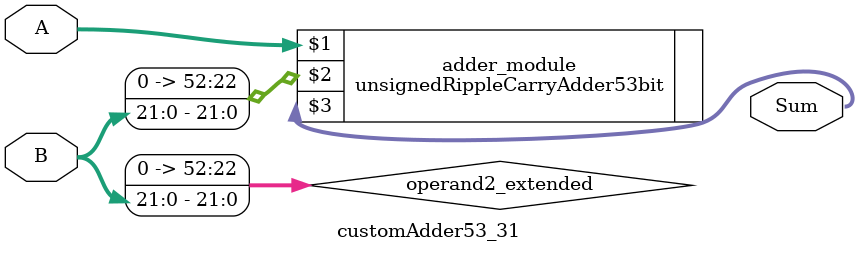
<source format=v>
module customAdder53_31(
                        input [52 : 0] A,
                        input [21 : 0] B,
                        
                        output [53 : 0] Sum
                );

        wire [52 : 0] operand2_extended;
        
        assign operand2_extended =  {31'b0, B};
        
        unsignedRippleCarryAdder53bit adder_module(
            A,
            operand2_extended,
            Sum
        );
        
        endmodule
        
</source>
